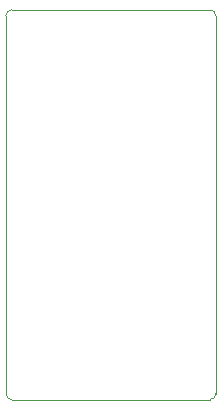
<source format=gbp>
G04 #@! TF.GenerationSoftware,KiCad,Pcbnew,(6.99.0-1912-g359c99991b)*
G04 #@! TF.CreationDate,2023-05-12T11:08:48+07:00*
G04 #@! TF.ProjectId,artemisia,61727465-6d69-4736-9961-2e6b69636164,1*
G04 #@! TF.SameCoordinates,Original*
G04 #@! TF.FileFunction,Paste,Bot*
G04 #@! TF.FilePolarity,Positive*
%FSLAX46Y46*%
G04 Gerber Fmt 4.6, Leading zero omitted, Abs format (unit mm)*
G04 Created by KiCad (PCBNEW (6.99.0-1912-g359c99991b)) date 2023-05-12 11:08:48*
%MOMM*%
%LPD*%
G01*
G04 APERTURE LIST*
G04 #@! TA.AperFunction,Profile*
%ADD10C,0.100000*%
G04 #@! TD*
G04 APERTURE END LIST*
D10*
X0Y-500000D02*
X0Y-32500000D01*
X17780000Y-500000D02*
G75*
G03*
X17280000Y0I-500000J0D01*
G01*
X0Y-32500000D02*
G75*
G03*
X500000Y-33000000I500000J0D01*
G01*
X500000Y0D02*
G75*
G03*
X0Y-500000I0J-500000D01*
G01*
X17780000Y-500000D02*
X17780000Y-32500000D01*
X500000Y0D02*
X17280000Y0D01*
X500000Y-33000000D02*
X17280000Y-33000000D01*
X17280000Y-33000000D02*
G75*
G03*
X17780000Y-32500000I0J500000D01*
G01*
M02*

</source>
